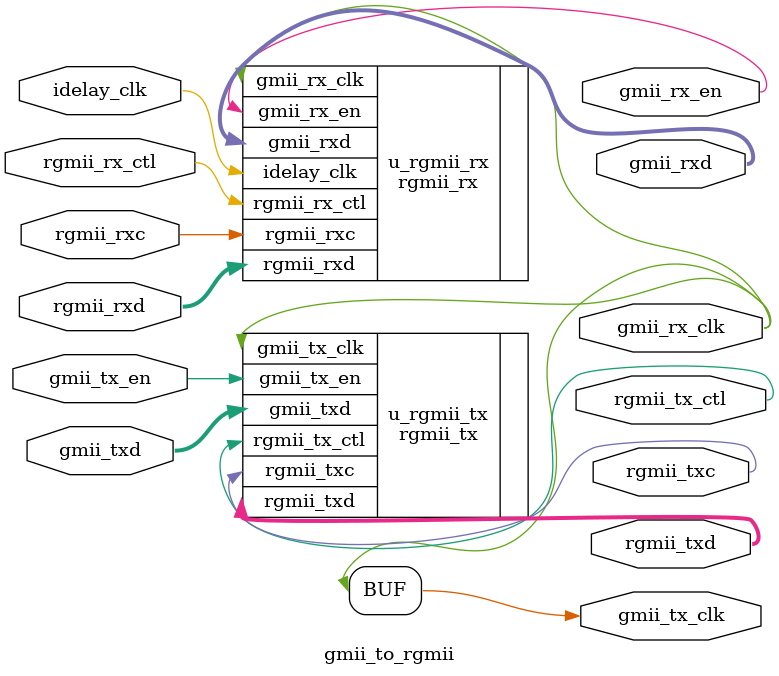
<source format=v>
module gmii_to_rgmii#(
        parameter IDELAY_VALUE = 0 
    )
    (
    input              idelay_clk  , //IDELAYÊ±ÖÓ
    input              rgmii_rxc   , //RGMII½ÓÊÕÊ±ÖÓ
    input              rgmii_rx_ctl, //RGMII½ÓÊÕÊý¾Ý¿ØÖÆÐÅºÅ
    input       [3:0]  rgmii_rxd   , //RGMII½ÓÊÕÊý¾Ý
    output             rgmii_txc   , //RGMII·¢ËÍÊ±ÖÓ    
    output             rgmii_tx_ctl, //RGMII·¢ËÍÊý¾Ý¿ØÖÆÐÅºÅ
    output      [3:0]  rgmii_txd   ,  //RGMII·¢ËÍÊý¾Ý      
    output             gmii_rx_clk , //GMII½ÓÊÕÊ±ÖÓ
    output             gmii_rx_en  , //GMII½ÓÊÕÊý¾ÝÓÐÐ§ÐÅºÅ
    output      [7:0]  gmii_rxd    , //GMII½ÓÊÕÊý¾Ý
    output             gmii_tx_clk , //GMII·¢ËÍÊ±ÖÓ
    input              gmii_tx_en  , //GMII·¢ËÍÊý¾ÝÊ¹ÄÜÐÅºÅ
    input       [7:0]  gmii_txd     //GMII·¢ËÍÊý¾Ý                   
    );


///////////////////////main code////////////////////////////////
assign gmii_tx_clk = gmii_rx_clk;


rgmii_rx 
    #(
     .IDELAY_VALUE  (IDELAY_VALUE)
     )
    u_rgmii_rx(
    .idelay_clk    (idelay_clk),
    .gmii_rx_clk   (gmii_rx_clk),
    .rgmii_rxc     (rgmii_rxc   ),
    .rgmii_rx_ctl  (rgmii_rx_ctl),
    .rgmii_rxd     (rgmii_rxd   ),
    
    .gmii_rx_en    (gmii_rx_en ),
    .gmii_rxd      (gmii_rxd   )
    );


rgmii_tx u_rgmii_tx(
    .gmii_tx_clk   (gmii_tx_clk ),
    .gmii_tx_en    (gmii_tx_en  ),
    .gmii_txd      (gmii_txd    ),
              
    .rgmii_txc     (rgmii_txc   ),
    .rgmii_tx_ctl  (rgmii_tx_ctl),
    .rgmii_txd     (rgmii_txd   )
    );

endmodule
</source>
